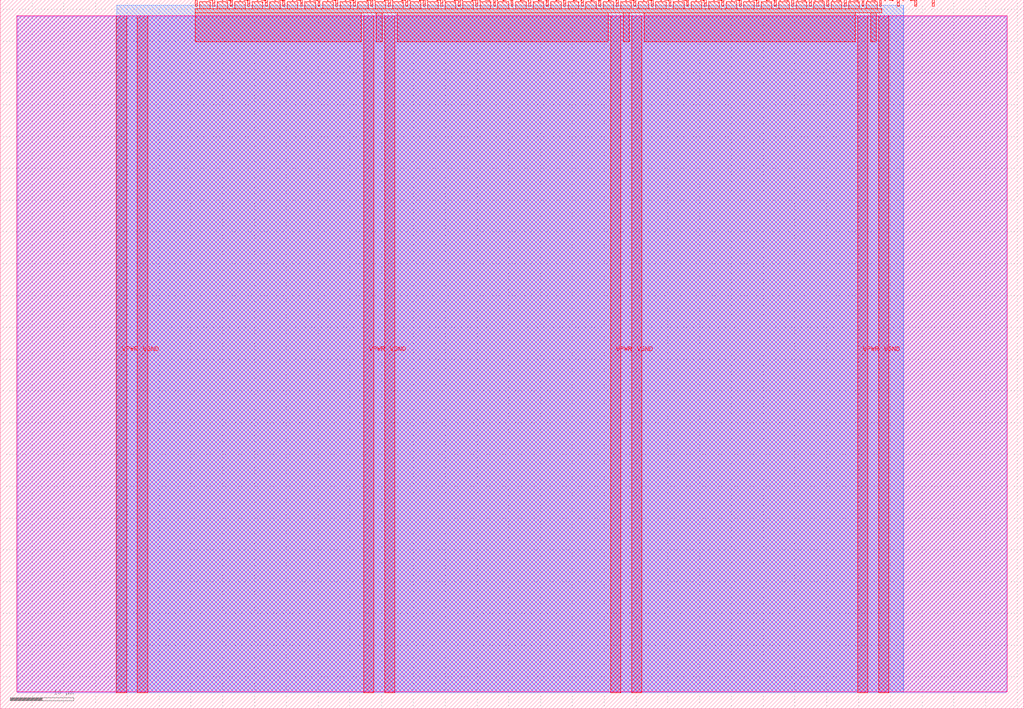
<source format=lef>
VERSION 5.7 ;
  NOWIREEXTENSIONATPIN ON ;
  DIVIDERCHAR "/" ;
  BUSBITCHARS "[]" ;
MACRO tt_um_PWM
  CLASS BLOCK ;
  FOREIGN tt_um_PWM ;
  ORIGIN 0.000 0.000 ;
  SIZE 161.000 BY 111.520 ;
  PIN VGND
    DIRECTION INOUT ;
    USE GROUND ;
    PORT
      LAYER met4 ;
        RECT 21.580 2.480 23.180 109.040 ;
    END
    PORT
      LAYER met4 ;
        RECT 60.450 2.480 62.050 109.040 ;
    END
    PORT
      LAYER met4 ;
        RECT 99.320 2.480 100.920 109.040 ;
    END
    PORT
      LAYER met4 ;
        RECT 138.190 2.480 139.790 109.040 ;
    END
  END VGND
  PIN VPWR
    DIRECTION INOUT ;
    USE POWER ;
    PORT
      LAYER met4 ;
        RECT 18.280 2.480 19.880 109.040 ;
    END
    PORT
      LAYER met4 ;
        RECT 57.150 2.480 58.750 109.040 ;
    END
    PORT
      LAYER met4 ;
        RECT 96.020 2.480 97.620 109.040 ;
    END
    PORT
      LAYER met4 ;
        RECT 134.890 2.480 136.490 109.040 ;
    END
  END VPWR
  PIN clk
    DIRECTION INPUT ;
    USE SIGNAL ;
    PORT
      LAYER met4 ;
        RECT 143.830 110.520 144.130 111.520 ;
    END
  END clk
  PIN ena
    DIRECTION INPUT ;
    USE SIGNAL ;
    PORT
      LAYER met4 ;
        RECT 146.590 110.520 146.890 111.520 ;
    END
  END ena
  PIN rst_n
    DIRECTION INPUT ;
    USE SIGNAL ;
    PORT
      LAYER met4 ;
        RECT 141.070 110.520 141.370 111.520 ;
    END
  END rst_n
  PIN ui_in[0]
    DIRECTION INPUT ;
    USE SIGNAL ;
    ANTENNAGATEAREA 0.196500 ;
    PORT
      LAYER met4 ;
        RECT 138.310 110.520 138.610 111.520 ;
    END
  END ui_in[0]
  PIN ui_in[1]
    DIRECTION INPUT ;
    USE SIGNAL ;
    ANTENNAGATEAREA 0.196500 ;
    PORT
      LAYER met4 ;
        RECT 135.550 110.520 135.850 111.520 ;
    END
  END ui_in[1]
  PIN ui_in[2]
    DIRECTION INPUT ;
    USE SIGNAL ;
    ANTENNAGATEAREA 0.196500 ;
    PORT
      LAYER met4 ;
        RECT 132.790 110.520 133.090 111.520 ;
    END
  END ui_in[2]
  PIN ui_in[3]
    DIRECTION INPUT ;
    USE SIGNAL ;
    ANTENNAGATEAREA 0.159000 ;
    PORT
      LAYER met4 ;
        RECT 130.030 110.520 130.330 111.520 ;
    END
  END ui_in[3]
  PIN ui_in[4]
    DIRECTION INPUT ;
    USE SIGNAL ;
    ANTENNAGATEAREA 0.196500 ;
    PORT
      LAYER met4 ;
        RECT 127.270 110.520 127.570 111.520 ;
    END
  END ui_in[4]
  PIN ui_in[5]
    DIRECTION INPUT ;
    USE SIGNAL ;
    PORT
      LAYER met4 ;
        RECT 124.510 110.520 124.810 111.520 ;
    END
  END ui_in[5]
  PIN ui_in[6]
    DIRECTION INPUT ;
    USE SIGNAL ;
    PORT
      LAYER met4 ;
        RECT 121.750 110.520 122.050 111.520 ;
    END
  END ui_in[6]
  PIN ui_in[7]
    DIRECTION INPUT ;
    USE SIGNAL ;
    PORT
      LAYER met4 ;
        RECT 118.990 110.520 119.290 111.520 ;
    END
  END ui_in[7]
  PIN uio_in[0]
    DIRECTION INPUT ;
    USE SIGNAL ;
    PORT
      LAYER met4 ;
        RECT 116.230 110.520 116.530 111.520 ;
    END
  END uio_in[0]
  PIN uio_in[1]
    DIRECTION INPUT ;
    USE SIGNAL ;
    PORT
      LAYER met4 ;
        RECT 113.470 110.520 113.770 111.520 ;
    END
  END uio_in[1]
  PIN uio_in[2]
    DIRECTION INPUT ;
    USE SIGNAL ;
    PORT
      LAYER met4 ;
        RECT 110.710 110.520 111.010 111.520 ;
    END
  END uio_in[2]
  PIN uio_in[3]
    DIRECTION INPUT ;
    USE SIGNAL ;
    PORT
      LAYER met4 ;
        RECT 107.950 110.520 108.250 111.520 ;
    END
  END uio_in[3]
  PIN uio_in[4]
    DIRECTION INPUT ;
    USE SIGNAL ;
    PORT
      LAYER met4 ;
        RECT 105.190 110.520 105.490 111.520 ;
    END
  END uio_in[4]
  PIN uio_in[5]
    DIRECTION INPUT ;
    USE SIGNAL ;
    PORT
      LAYER met4 ;
        RECT 102.430 110.520 102.730 111.520 ;
    END
  END uio_in[5]
  PIN uio_in[6]
    DIRECTION INPUT ;
    USE SIGNAL ;
    PORT
      LAYER met4 ;
        RECT 99.670 110.520 99.970 111.520 ;
    END
  END uio_in[6]
  PIN uio_in[7]
    DIRECTION INPUT ;
    USE SIGNAL ;
    PORT
      LAYER met4 ;
        RECT 96.910 110.520 97.210 111.520 ;
    END
  END uio_in[7]
  PIN uio_oe[0]
    DIRECTION OUTPUT ;
    USE SIGNAL ;
    PORT
      LAYER met4 ;
        RECT 49.990 110.520 50.290 111.520 ;
    END
  END uio_oe[0]
  PIN uio_oe[1]
    DIRECTION OUTPUT ;
    USE SIGNAL ;
    PORT
      LAYER met4 ;
        RECT 47.230 110.520 47.530 111.520 ;
    END
  END uio_oe[1]
  PIN uio_oe[2]
    DIRECTION OUTPUT ;
    USE SIGNAL ;
    PORT
      LAYER met4 ;
        RECT 44.470 110.520 44.770 111.520 ;
    END
  END uio_oe[2]
  PIN uio_oe[3]
    DIRECTION OUTPUT ;
    USE SIGNAL ;
    PORT
      LAYER met4 ;
        RECT 41.710 110.520 42.010 111.520 ;
    END
  END uio_oe[3]
  PIN uio_oe[4]
    DIRECTION OUTPUT ;
    USE SIGNAL ;
    PORT
      LAYER met4 ;
        RECT 38.950 110.520 39.250 111.520 ;
    END
  END uio_oe[4]
  PIN uio_oe[5]
    DIRECTION OUTPUT ;
    USE SIGNAL ;
    PORT
      LAYER met4 ;
        RECT 36.190 110.520 36.490 111.520 ;
    END
  END uio_oe[5]
  PIN uio_oe[6]
    DIRECTION OUTPUT ;
    USE SIGNAL ;
    PORT
      LAYER met4 ;
        RECT 33.430 110.520 33.730 111.520 ;
    END
  END uio_oe[6]
  PIN uio_oe[7]
    DIRECTION OUTPUT ;
    USE SIGNAL ;
    PORT
      LAYER met4 ;
        RECT 30.670 110.520 30.970 111.520 ;
    END
  END uio_oe[7]
  PIN uio_out[0]
    DIRECTION OUTPUT ;
    USE SIGNAL ;
    PORT
      LAYER met4 ;
        RECT 72.070 110.520 72.370 111.520 ;
    END
  END uio_out[0]
  PIN uio_out[1]
    DIRECTION OUTPUT ;
    USE SIGNAL ;
    PORT
      LAYER met4 ;
        RECT 69.310 110.520 69.610 111.520 ;
    END
  END uio_out[1]
  PIN uio_out[2]
    DIRECTION OUTPUT ;
    USE SIGNAL ;
    PORT
      LAYER met4 ;
        RECT 66.550 110.520 66.850 111.520 ;
    END
  END uio_out[2]
  PIN uio_out[3]
    DIRECTION OUTPUT ;
    USE SIGNAL ;
    PORT
      LAYER met4 ;
        RECT 63.790 110.520 64.090 111.520 ;
    END
  END uio_out[3]
  PIN uio_out[4]
    DIRECTION OUTPUT ;
    USE SIGNAL ;
    PORT
      LAYER met4 ;
        RECT 61.030 110.520 61.330 111.520 ;
    END
  END uio_out[4]
  PIN uio_out[5]
    DIRECTION OUTPUT ;
    USE SIGNAL ;
    PORT
      LAYER met4 ;
        RECT 58.270 110.520 58.570 111.520 ;
    END
  END uio_out[5]
  PIN uio_out[6]
    DIRECTION OUTPUT ;
    USE SIGNAL ;
    PORT
      LAYER met4 ;
        RECT 55.510 110.520 55.810 111.520 ;
    END
  END uio_out[6]
  PIN uio_out[7]
    DIRECTION OUTPUT ;
    USE SIGNAL ;
    PORT
      LAYER met4 ;
        RECT 52.750 110.520 53.050 111.520 ;
    END
  END uio_out[7]
  PIN uo_out[0]
    DIRECTION OUTPUT ;
    USE SIGNAL ;
    ANTENNADIFFAREA 0.445500 ;
    PORT
      LAYER met4 ;
        RECT 94.150 110.520 94.450 111.520 ;
    END
  END uo_out[0]
  PIN uo_out[1]
    DIRECTION OUTPUT ;
    USE SIGNAL ;
    PORT
      LAYER met4 ;
        RECT 91.390 110.520 91.690 111.520 ;
    END
  END uo_out[1]
  PIN uo_out[2]
    DIRECTION OUTPUT ;
    USE SIGNAL ;
    PORT
      LAYER met4 ;
        RECT 88.630 110.520 88.930 111.520 ;
    END
  END uo_out[2]
  PIN uo_out[3]
    DIRECTION OUTPUT ;
    USE SIGNAL ;
    PORT
      LAYER met4 ;
        RECT 85.870 110.520 86.170 111.520 ;
    END
  END uo_out[3]
  PIN uo_out[4]
    DIRECTION OUTPUT ;
    USE SIGNAL ;
    PORT
      LAYER met4 ;
        RECT 83.110 110.520 83.410 111.520 ;
    END
  END uo_out[4]
  PIN uo_out[5]
    DIRECTION OUTPUT ;
    USE SIGNAL ;
    PORT
      LAYER met4 ;
        RECT 80.350 110.520 80.650 111.520 ;
    END
  END uo_out[5]
  PIN uo_out[6]
    DIRECTION OUTPUT ;
    USE SIGNAL ;
    PORT
      LAYER met4 ;
        RECT 77.590 110.520 77.890 111.520 ;
    END
  END uo_out[6]
  PIN uo_out[7]
    DIRECTION OUTPUT ;
    USE SIGNAL ;
    PORT
      LAYER met4 ;
        RECT 74.830 110.520 75.130 111.520 ;
    END
  END uo_out[7]
  OBS
      LAYER nwell ;
        RECT 2.570 2.635 158.430 108.990 ;
      LAYER li1 ;
        RECT 2.760 2.635 158.240 108.885 ;
      LAYER met1 ;
        RECT 2.760 2.480 158.240 109.040 ;
      LAYER met2 ;
        RECT 18.310 2.535 142.050 110.685 ;
      LAYER met3 ;
        RECT 18.290 2.555 142.075 110.665 ;
      LAYER met4 ;
        RECT 31.370 110.120 33.030 111.170 ;
        RECT 34.130 110.120 35.790 111.170 ;
        RECT 36.890 110.120 38.550 111.170 ;
        RECT 39.650 110.120 41.310 111.170 ;
        RECT 42.410 110.120 44.070 111.170 ;
        RECT 45.170 110.120 46.830 111.170 ;
        RECT 47.930 110.120 49.590 111.170 ;
        RECT 50.690 110.120 52.350 111.170 ;
        RECT 53.450 110.120 55.110 111.170 ;
        RECT 56.210 110.120 57.870 111.170 ;
        RECT 58.970 110.120 60.630 111.170 ;
        RECT 61.730 110.120 63.390 111.170 ;
        RECT 64.490 110.120 66.150 111.170 ;
        RECT 67.250 110.120 68.910 111.170 ;
        RECT 70.010 110.120 71.670 111.170 ;
        RECT 72.770 110.120 74.430 111.170 ;
        RECT 75.530 110.120 77.190 111.170 ;
        RECT 78.290 110.120 79.950 111.170 ;
        RECT 81.050 110.120 82.710 111.170 ;
        RECT 83.810 110.120 85.470 111.170 ;
        RECT 86.570 110.120 88.230 111.170 ;
        RECT 89.330 110.120 90.990 111.170 ;
        RECT 92.090 110.120 93.750 111.170 ;
        RECT 94.850 110.120 96.510 111.170 ;
        RECT 97.610 110.120 99.270 111.170 ;
        RECT 100.370 110.120 102.030 111.170 ;
        RECT 103.130 110.120 104.790 111.170 ;
        RECT 105.890 110.120 107.550 111.170 ;
        RECT 108.650 110.120 110.310 111.170 ;
        RECT 111.410 110.120 113.070 111.170 ;
        RECT 114.170 110.120 115.830 111.170 ;
        RECT 116.930 110.120 118.590 111.170 ;
        RECT 119.690 110.120 121.350 111.170 ;
        RECT 122.450 110.120 124.110 111.170 ;
        RECT 125.210 110.120 126.870 111.170 ;
        RECT 127.970 110.120 129.630 111.170 ;
        RECT 130.730 110.120 132.390 111.170 ;
        RECT 133.490 110.120 135.150 111.170 ;
        RECT 136.250 110.120 137.910 111.170 ;
        RECT 30.655 109.440 138.625 110.120 ;
        RECT 30.655 104.895 56.750 109.440 ;
        RECT 59.150 104.895 60.050 109.440 ;
        RECT 62.450 104.895 95.620 109.440 ;
        RECT 98.020 104.895 98.920 109.440 ;
        RECT 101.320 104.895 134.490 109.440 ;
        RECT 136.890 104.895 137.790 109.440 ;
  END
END tt_um_PWM
END LIBRARY


</source>
